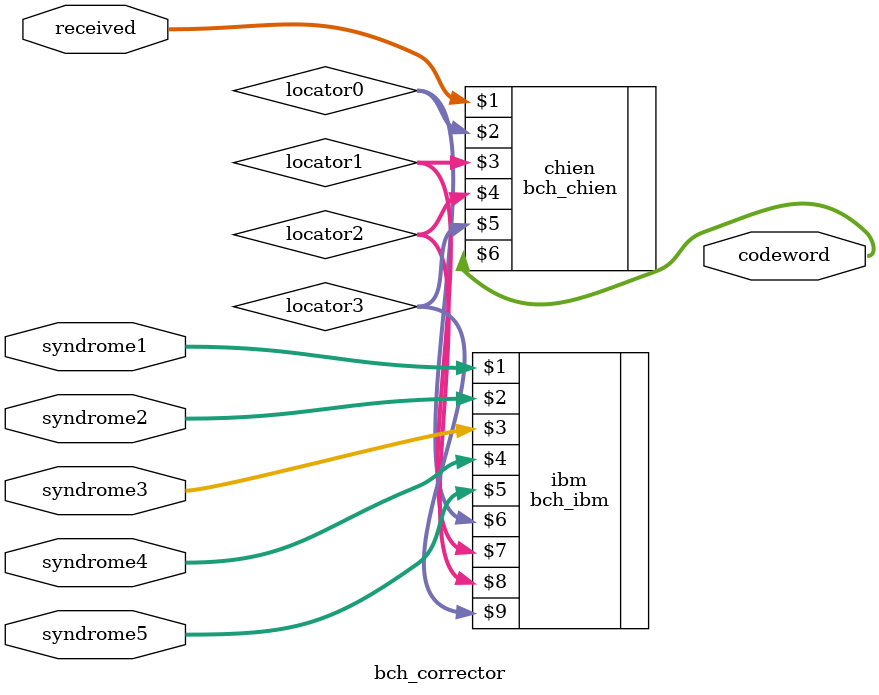
<source format=v>
module bch_corrector(received, syndrome1, syndrome2, syndrome3, syndrome4, syndrome5, codeword);
  input [541:0] received;
  input [9:0] syndrome1;
  input [9:0] syndrome2;
  input [9:0] syndrome3;
  input [9:0] syndrome4;
  input [9:0] syndrome5;
  output [541:0] codeword;
  // output [511:0] message;

  wire [9:0] locator0;
  wire [9:0] locator1;
  wire [9:0] locator2;
  wire [9:0] locator3;

  bch_ibm ibm(syndrome1, syndrome2, syndrome3, syndrome4, syndrome5, locator0, locator1, locator2, locator3);
  bch_chien chien(received, locator0, locator1, locator2, locator3, codeword);

  // assign message = codeword[541:30];
endmodule

</source>
